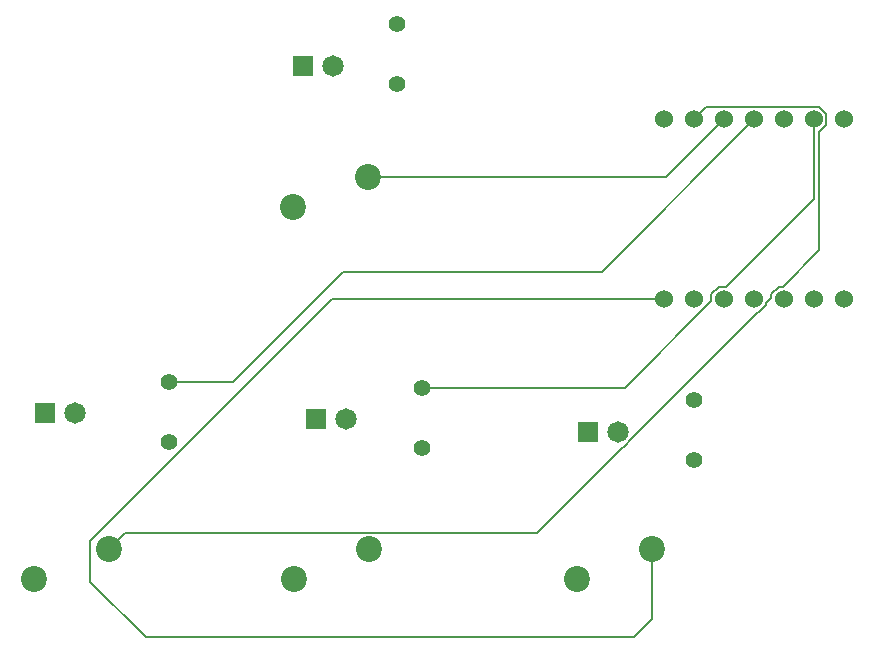
<source format=gbr>
%TF.GenerationSoftware,KiCad,Pcbnew,9.0.2*%
%TF.CreationDate,2025-07-18T16:21:06+05:30*%
%TF.ProjectId,xiao-pcb,7869616f-2d70-4636-922e-6b696361645f,rev?*%
%TF.SameCoordinates,Original*%
%TF.FileFunction,Copper,L2,Bot*%
%TF.FilePolarity,Positive*%
%FSLAX46Y46*%
G04 Gerber Fmt 4.6, Leading zero omitted, Abs format (unit mm)*
G04 Created by KiCad (PCBNEW 9.0.2) date 2025-07-18 16:21:06*
%MOMM*%
%LPD*%
G01*
G04 APERTURE LIST*
%TA.AperFunction,ComponentPad*%
%ADD10C,2.200000*%
%TD*%
%TA.AperFunction,ComponentPad*%
%ADD11C,1.400000*%
%TD*%
%TA.AperFunction,ComponentPad*%
%ADD12C,1.524000*%
%TD*%
%TA.AperFunction,ComponentPad*%
%ADD13C,1.815000*%
%TD*%
%TA.AperFunction,ComponentPad*%
%ADD14R,1.815000X1.815000*%
%TD*%
%TA.AperFunction,Conductor*%
%ADD15C,0.200000*%
%TD*%
G04 APERTURE END LIST*
D10*
%TO.P,SW3,1,1*%
%TO.N,sw3*%
X87060000Y-127420000D03*
%TO.P,SW3,2,2*%
%TO.N,GND*%
X80710000Y-129960000D03*
%TD*%
%TO.P,SW2,1,1*%
%TO.N,sw2*%
X65060000Y-127420000D03*
%TO.P,SW2,2,2*%
%TO.N,GND*%
X58710000Y-129960000D03*
%TD*%
D11*
%TO.P,R1,1*%
%TO.N,Net-(D1-PadA)*%
X114615000Y-119842447D03*
%TO.P,R1,2*%
%TO.N,led1*%
X114615000Y-114762447D03*
%TD*%
D12*
%TO.P,U1,1,GPIO26/ADC0/A0*%
%TO.N,led1*%
X127300000Y-91000000D03*
%TO.P,U1,2,GPIO27/ADC1/A1*%
%TO.N,led2*%
X124760000Y-91000000D03*
%TO.P,U1,3,GPIO28/ADC2/A2*%
%TO.N,led3*%
X122220000Y-91000000D03*
%TO.P,U1,4,GPIO29/ADC3/A3*%
%TO.N,led4*%
X119680000Y-91000000D03*
%TO.P,U1,5,GPIO6/SDA*%
%TO.N,s1*%
X117140000Y-91000000D03*
%TO.P,U1,6,GPIO7/SCL*%
%TO.N,sw2*%
X114600000Y-91000000D03*
%TO.P,U1,7,GPIO0/TX*%
%TO.N,sw3*%
X112060000Y-91000000D03*
%TO.P,U1,8,GPIO1/RX*%
%TO.N,sw4*%
X112060000Y-106240000D03*
%TO.P,U1,9,GPIO2/SCK*%
%TO.N,unconnected-(U1-GPIO2{slash}SCK-Pad9)*%
X114600000Y-106240000D03*
%TO.P,U1,10,GPIO4/MISO*%
%TO.N,unconnected-(U1-GPIO4{slash}MISO-Pad10)*%
X117140000Y-106240000D03*
%TO.P,U1,11,GPIO3/MOSI*%
%TO.N,unconnected-(U1-GPIO3{slash}MOSI-Pad11)*%
X119680000Y-106240000D03*
%TO.P,U1,12,3V3*%
%TO.N,unconnected-(U1-3V3-Pad12)*%
X122220000Y-106240000D03*
%TO.P,U1,13,GND*%
%TO.N,GND*%
X124760000Y-106240000D03*
%TO.P,U1,14,VBUS*%
%TO.N,unconnected-(U1-VBUS-Pad14)*%
X127300000Y-106240000D03*
%TD*%
D11*
%TO.P,R2,1*%
%TO.N,Net-(D2-PadA)*%
X91615000Y-118842447D03*
%TO.P,R2,2*%
%TO.N,led2*%
X91615000Y-113762447D03*
%TD*%
D10*
%TO.P,SW4,1,1*%
%TO.N,sw4*%
X111060000Y-127420000D03*
%TO.P,SW4,2,2*%
%TO.N,GND*%
X104710000Y-129960000D03*
%TD*%
D11*
%TO.P,R4,1*%
%TO.N,Net-(D4-PadA)*%
X70115000Y-118342447D03*
%TO.P,R4,2*%
%TO.N,led4*%
X70115000Y-113262447D03*
%TD*%
D10*
%TO.P,SW1,1,1*%
%TO.N,s1*%
X87040000Y-95920000D03*
%TO.P,SW1,2,2*%
%TO.N,GND*%
X80690000Y-98460000D03*
%TD*%
D13*
%TO.P,D2,A*%
%TO.N,Net-(D2-PadA)*%
X85115000Y-116342447D03*
D14*
%TO.P,D2,C*%
%TO.N,unconnected-(D2-PadC)*%
X82575000Y-116342447D03*
%TD*%
D13*
%TO.P,D4,A*%
%TO.N,Net-(D4-PadA)*%
X62195000Y-115842447D03*
D14*
%TO.P,D4,C*%
%TO.N,unconnected-(D4-PadC)*%
X59655000Y-115842447D03*
%TD*%
D11*
%TO.P,R3,1*%
%TO.N,Net-(D3-PadA)*%
X89500000Y-88000000D03*
%TO.P,R3,2*%
%TO.N,led3*%
X89500000Y-82920000D03*
%TD*%
D13*
%TO.P,D3,A*%
%TO.N,Net-(D3-PadA)*%
X84000000Y-86500000D03*
D14*
%TO.P,D3,C*%
%TO.N,unconnected-(D3-PadC)*%
X81460000Y-86500000D03*
%TD*%
D13*
%TO.P,D1,A*%
%TO.N,Net-(D1-PadA)*%
X108140000Y-117500000D03*
D14*
%TO.P,D1,C*%
%TO.N,unconnected-(D1-PadC)*%
X105600000Y-117500000D03*
%TD*%
D15*
%TO.N,led2*%
X116699690Y-105177000D02*
X116077000Y-105799690D01*
X108737553Y-113762447D02*
X91615000Y-113762447D01*
X124760000Y-97740000D02*
X117323000Y-105177000D01*
X124760000Y-91000000D02*
X124760000Y-97740000D01*
X116077000Y-106423000D02*
X108737553Y-113762447D01*
X117323000Y-105177000D02*
X116699690Y-105177000D01*
X116077000Y-105799690D02*
X116077000Y-106423000D01*
%TO.N,led4*%
X75562369Y-113262447D02*
X70115000Y-113262447D01*
X84924816Y-103900000D02*
X75562369Y-113262447D01*
X119680000Y-91000000D02*
X106780000Y-103900000D01*
X106780000Y-103900000D02*
X84924816Y-103900000D01*
%TO.N,s1*%
X112220000Y-95920000D02*
X87040000Y-95920000D01*
X117140000Y-91000000D02*
X112220000Y-95920000D01*
%TO.N,sw2*%
X121157000Y-105799690D02*
X121157000Y-106143000D01*
X125823000Y-90559690D02*
X125823000Y-91440310D01*
X109348500Y-117951500D02*
X109348500Y-118000578D01*
X125200310Y-89937000D02*
X125823000Y-90559690D01*
X120743000Y-106680310D02*
X120120310Y-107303000D01*
X121157000Y-106143000D02*
X120743000Y-106557000D01*
X66461000Y-126019000D02*
X65060000Y-127420000D01*
X109348500Y-118000578D02*
X108640578Y-118708500D01*
X120120310Y-107303000D02*
X119997000Y-107303000D01*
X121779690Y-105177000D02*
X121157000Y-105799690D01*
X108640578Y-118708500D02*
X108591500Y-118708500D01*
X125823000Y-91440310D02*
X125200310Y-92063000D01*
X101281000Y-126019000D02*
X66461000Y-126019000D01*
X120743000Y-106557000D02*
X120743000Y-106680310D01*
X119997000Y-107303000D02*
X109348500Y-117951500D01*
X114600000Y-91000000D02*
X115663000Y-89937000D01*
X125200310Y-102099690D02*
X122123000Y-105177000D01*
X115663000Y-89937000D02*
X125200310Y-89937000D01*
X122123000Y-105177000D02*
X121779690Y-105177000D01*
X108591500Y-118708500D02*
X101281000Y-126019000D01*
X125200310Y-92063000D02*
X125200310Y-102099690D01*
%TO.N,sw4*%
X112060000Y-106240000D02*
X83960000Y-106240000D01*
X63493816Y-130149000D02*
X68195816Y-134851000D01*
X68195816Y-134851000D02*
X109493816Y-134851000D01*
X109493816Y-134851000D02*
X111060000Y-133284816D01*
X83960000Y-106240000D02*
X63493816Y-126706184D01*
X63493816Y-126706184D02*
X63493816Y-130149000D01*
X111060000Y-133284816D02*
X111060000Y-127420000D01*
%TD*%
M02*

</source>
